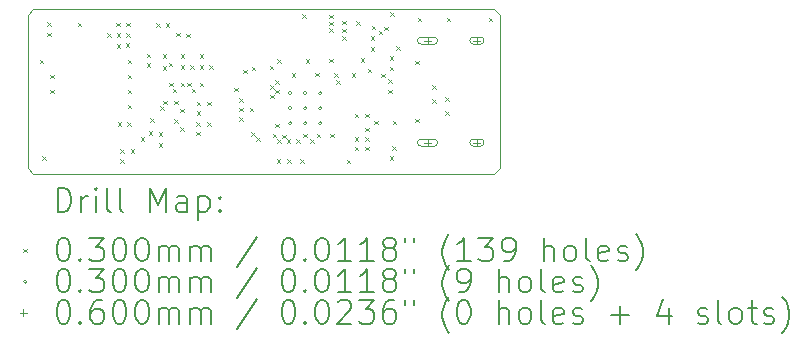
<source format=gbr>
%TF.GenerationSoftware,KiCad,Pcbnew,8.0.3*%
%TF.CreationDate,2024-07-15T22:17:10+10:00*%
%TF.ProjectId,rs-probe,72732d70-726f-4626-952e-6b696361645f,rev?*%
%TF.SameCoordinates,Original*%
%TF.FileFunction,Drillmap*%
%TF.FilePolarity,Positive*%
%FSLAX45Y45*%
G04 Gerber Fmt 4.5, Leading zero omitted, Abs format (unit mm)*
G04 Created by KiCad (PCBNEW 8.0.3) date 2024-07-15 22:17:10*
%MOMM*%
%LPD*%
G01*
G04 APERTURE LIST*
%ADD10C,0.100000*%
%ADD11C,0.200000*%
G04 APERTURE END LIST*
D10*
X18800000Y-9300000D02*
X14900000Y-9300000D01*
X14850000Y-9250000D02*
X14850000Y-7950000D01*
X18850000Y-9250000D02*
X18800000Y-9300000D01*
X14900000Y-7900000D02*
X18800000Y-7900000D01*
X18800000Y-7900000D02*
X18850000Y-7950000D01*
X14850000Y-9250000D02*
X14900000Y-9300000D01*
X14850000Y-7950000D02*
X14900000Y-7900000D01*
X18850000Y-7950000D02*
X18850000Y-9250000D01*
D11*
D10*
X14955000Y-8331000D02*
X14985000Y-8361000D01*
X14985000Y-8331000D02*
X14955000Y-8361000D01*
X14975000Y-9145000D02*
X15005000Y-9175000D01*
X15005000Y-9145000D02*
X14975000Y-9175000D01*
X15015000Y-8010000D02*
X15045000Y-8040000D01*
X15045000Y-8010000D02*
X15015000Y-8040000D01*
X15015000Y-8100000D02*
X15045000Y-8130000D01*
X15045000Y-8100000D02*
X15015000Y-8130000D01*
X15040000Y-8458000D02*
X15070000Y-8488000D01*
X15070000Y-8458000D02*
X15040000Y-8488000D01*
X15040000Y-8585000D02*
X15070000Y-8615000D01*
X15070000Y-8585000D02*
X15040000Y-8615000D01*
X15275000Y-8017500D02*
X15305000Y-8047500D01*
X15305000Y-8017500D02*
X15275000Y-8047500D01*
X15525000Y-8107500D02*
X15555000Y-8137500D01*
X15555000Y-8107500D02*
X15525000Y-8137500D01*
X15600000Y-8017500D02*
X15630000Y-8047500D01*
X15630000Y-8017500D02*
X15600000Y-8047500D01*
X15605000Y-8107500D02*
X15635000Y-8137500D01*
X15635000Y-8107500D02*
X15605000Y-8137500D01*
X15605000Y-8197500D02*
X15635000Y-8227500D01*
X15635000Y-8197500D02*
X15605000Y-8227500D01*
X15615000Y-8860000D02*
X15645000Y-8890000D01*
X15645000Y-8860000D02*
X15615000Y-8890000D01*
X15635000Y-9089000D02*
X15665000Y-9119000D01*
X15665000Y-9089000D02*
X15635000Y-9119000D01*
X15635000Y-9170000D02*
X15665000Y-9200000D01*
X15665000Y-9170000D02*
X15635000Y-9200000D01*
X15680000Y-8190000D02*
X15710000Y-8220000D01*
X15710000Y-8190000D02*
X15680000Y-8220000D01*
X15685000Y-8015000D02*
X15715000Y-8045000D01*
X15715000Y-8015000D02*
X15685000Y-8045000D01*
X15685000Y-8105000D02*
X15715000Y-8135000D01*
X15715000Y-8105000D02*
X15685000Y-8135000D01*
X15695000Y-8860000D02*
X15725000Y-8890000D01*
X15725000Y-8860000D02*
X15695000Y-8890000D01*
X15700000Y-8331000D02*
X15730000Y-8361000D01*
X15730000Y-8331000D02*
X15700000Y-8361000D01*
X15700000Y-8458000D02*
X15730000Y-8488000D01*
X15730000Y-8458000D02*
X15700000Y-8488000D01*
X15700000Y-8585000D02*
X15730000Y-8615000D01*
X15730000Y-8585000D02*
X15700000Y-8615000D01*
X15700000Y-8712000D02*
X15730000Y-8742000D01*
X15730000Y-8712000D02*
X15700000Y-8742000D01*
X15725000Y-9089000D02*
X15755000Y-9119000D01*
X15755000Y-9089000D02*
X15725000Y-9119000D01*
X15807000Y-8985000D02*
X15837000Y-9015000D01*
X15837000Y-8985000D02*
X15807000Y-9015000D01*
X15860000Y-8280000D02*
X15890000Y-8310000D01*
X15890000Y-8280000D02*
X15860000Y-8310000D01*
X15860000Y-8360000D02*
X15890000Y-8390000D01*
X15890000Y-8360000D02*
X15860000Y-8390000D01*
X15875000Y-8935000D02*
X15905000Y-8965000D01*
X15905000Y-8935000D02*
X15875000Y-8965000D01*
X15890000Y-8827000D02*
X15920000Y-8857000D01*
X15920000Y-8827000D02*
X15890000Y-8857000D01*
X15940000Y-8020000D02*
X15970000Y-8050000D01*
X15970000Y-8020000D02*
X15940000Y-8050000D01*
X15960000Y-8945000D02*
X15990000Y-8975000D01*
X15990000Y-8945000D02*
X15960000Y-8975000D01*
X15960000Y-9035000D02*
X15990000Y-9065000D01*
X15990000Y-9035000D02*
X15960000Y-9065000D01*
X15972733Y-8725000D02*
X16002733Y-8755000D01*
X16002733Y-8725000D02*
X15972733Y-8755000D01*
X15995000Y-8285000D02*
X16025000Y-8315000D01*
X16025000Y-8285000D02*
X15995000Y-8315000D01*
X15995000Y-8385000D02*
X16025000Y-8415000D01*
X16025000Y-8385000D02*
X15995000Y-8415000D01*
X16000214Y-8675634D02*
X16030214Y-8705634D01*
X16030214Y-8675634D02*
X16000214Y-8705634D01*
X16020000Y-8020000D02*
X16050000Y-8050000D01*
X16050000Y-8020000D02*
X16020000Y-8050000D01*
X16045000Y-8355000D02*
X16075000Y-8385000D01*
X16075000Y-8355000D02*
X16045000Y-8385000D01*
X16051109Y-8525000D02*
X16081109Y-8555000D01*
X16081109Y-8525000D02*
X16051109Y-8555000D01*
X16081000Y-8575000D02*
X16111000Y-8605000D01*
X16111000Y-8575000D02*
X16081000Y-8605000D01*
X16092733Y-8675000D02*
X16122733Y-8705000D01*
X16122733Y-8675000D02*
X16092733Y-8705000D01*
X16092733Y-8835000D02*
X16122733Y-8865000D01*
X16122733Y-8835000D02*
X16092733Y-8865000D01*
X16110000Y-8100000D02*
X16140000Y-8130000D01*
X16140000Y-8100000D02*
X16110000Y-8130000D01*
X16142733Y-8743000D02*
X16172733Y-8773000D01*
X16172733Y-8743000D02*
X16142733Y-8773000D01*
X16142733Y-8903000D02*
X16172733Y-8933000D01*
X16172733Y-8903000D02*
X16142733Y-8933000D01*
X16146500Y-8525000D02*
X16176500Y-8555000D01*
X16176500Y-8525000D02*
X16146500Y-8555000D01*
X16146733Y-8285000D02*
X16176733Y-8315000D01*
X16176733Y-8285000D02*
X16146733Y-8315000D01*
X16146733Y-8375000D02*
X16176733Y-8405000D01*
X16176733Y-8375000D02*
X16146733Y-8405000D01*
X16195000Y-8110000D02*
X16225000Y-8140000D01*
X16225000Y-8110000D02*
X16195000Y-8140000D01*
X16203000Y-8525000D02*
X16233000Y-8555000D01*
X16233000Y-8525000D02*
X16203000Y-8555000D01*
X16226733Y-8375000D02*
X16256733Y-8405000D01*
X16256733Y-8375000D02*
X16226733Y-8405000D01*
X16238733Y-8575000D02*
X16268733Y-8605000D01*
X16268733Y-8575000D02*
X16238733Y-8605000D01*
X16280000Y-8861000D02*
X16310000Y-8891000D01*
X16310000Y-8861000D02*
X16280000Y-8891000D01*
X16280000Y-8941000D02*
X16310000Y-8971000D01*
X16310000Y-8941000D02*
X16280000Y-8971000D01*
X16282733Y-8685000D02*
X16312733Y-8715000D01*
X16312733Y-8685000D02*
X16282733Y-8715000D01*
X16282733Y-8765000D02*
X16312733Y-8795000D01*
X16312733Y-8765000D02*
X16282733Y-8795000D01*
X16306733Y-8285000D02*
X16336733Y-8315000D01*
X16336733Y-8285000D02*
X16306733Y-8315000D01*
X16306733Y-8375000D02*
X16336733Y-8405000D01*
X16336733Y-8375000D02*
X16306733Y-8405000D01*
X16306733Y-8525000D02*
X16336733Y-8555000D01*
X16336733Y-8525000D02*
X16306733Y-8555000D01*
X16370000Y-8861000D02*
X16400000Y-8891000D01*
X16400000Y-8861000D02*
X16370000Y-8891000D01*
X16372733Y-8685000D02*
X16402733Y-8715000D01*
X16402733Y-8685000D02*
X16372733Y-8715000D01*
X16386733Y-8375000D02*
X16416733Y-8405000D01*
X16416733Y-8375000D02*
X16386733Y-8405000D01*
X16600000Y-8565000D02*
X16630000Y-8595000D01*
X16630000Y-8565000D02*
X16600000Y-8595000D01*
X16640000Y-8655000D02*
X16670000Y-8685000D01*
X16670000Y-8655000D02*
X16640000Y-8685000D01*
X16640000Y-8735000D02*
X16670000Y-8765000D01*
X16670000Y-8735000D02*
X16640000Y-8765000D01*
X16640000Y-8815000D02*
X16670000Y-8845000D01*
X16670000Y-8815000D02*
X16640000Y-8845000D01*
X16675000Y-8415000D02*
X16705000Y-8445000D01*
X16705000Y-8415000D02*
X16675000Y-8445000D01*
X16730000Y-8735000D02*
X16760000Y-8765000D01*
X16760000Y-8735000D02*
X16730000Y-8765000D01*
X16745000Y-8945000D02*
X16775000Y-8975000D01*
X16775000Y-8945000D02*
X16745000Y-8975000D01*
X16750000Y-8387500D02*
X16780000Y-8417500D01*
X16780000Y-8387500D02*
X16750000Y-8417500D01*
X16785000Y-8985000D02*
X16815000Y-9015000D01*
X16815000Y-8985000D02*
X16785000Y-9015000D01*
X16901250Y-8381250D02*
X16931250Y-8411250D01*
X16931250Y-8381250D02*
X16901250Y-8411250D01*
X16905000Y-8545000D02*
X16935000Y-8575000D01*
X16935000Y-8545000D02*
X16905000Y-8575000D01*
X16905000Y-8625000D02*
X16935000Y-8655000D01*
X16935000Y-8625000D02*
X16905000Y-8655000D01*
X16925984Y-8957459D02*
X16955984Y-8987459D01*
X16955984Y-8957459D02*
X16925984Y-8987459D01*
X16944903Y-8505000D02*
X16974903Y-8535000D01*
X16974903Y-8505000D02*
X16944903Y-8535000D01*
X16945000Y-8585000D02*
X16975000Y-8615000D01*
X16975000Y-8585000D02*
X16945000Y-8615000D01*
X16947500Y-8872500D02*
X16977500Y-8902500D01*
X16977500Y-8872500D02*
X16947500Y-8902500D01*
X16960000Y-9170000D02*
X16990000Y-9200000D01*
X16990000Y-9170000D02*
X16960000Y-9200000D01*
X16965000Y-8325000D02*
X16995000Y-8355000D01*
X16995000Y-8325000D02*
X16965000Y-8355000D01*
X16965000Y-9005000D02*
X16995000Y-9035000D01*
X16995000Y-9005000D02*
X16965000Y-9035000D01*
X17005000Y-8965000D02*
X17035000Y-8995000D01*
X17035000Y-8965000D02*
X17005000Y-8995000D01*
X17045000Y-9005000D02*
X17075000Y-9035000D01*
X17075000Y-9005000D02*
X17045000Y-9035000D01*
X17050000Y-9170000D02*
X17080000Y-9200000D01*
X17080000Y-9170000D02*
X17050000Y-9200000D01*
X17085000Y-8445000D02*
X17115000Y-8475000D01*
X17115000Y-8445000D02*
X17085000Y-8475000D01*
X17125000Y-9005000D02*
X17155000Y-9035000D01*
X17155000Y-9005000D02*
X17125000Y-9035000D01*
X17160000Y-9170000D02*
X17190000Y-9200000D01*
X17190000Y-9170000D02*
X17160000Y-9200000D01*
X17175000Y-7945000D02*
X17205000Y-7975000D01*
X17205000Y-7945000D02*
X17175000Y-7975000D01*
X17185000Y-8955000D02*
X17215000Y-8985000D01*
X17215000Y-8955000D02*
X17185000Y-8985000D01*
X17205000Y-8325000D02*
X17235000Y-8355000D01*
X17235000Y-8325000D02*
X17205000Y-8355000D01*
X17245000Y-9005000D02*
X17275000Y-9035000D01*
X17275000Y-9005000D02*
X17245000Y-9035000D01*
X17285000Y-8440000D02*
X17315000Y-8470000D01*
X17315000Y-8440000D02*
X17285000Y-8470000D01*
X17300000Y-8955000D02*
X17330000Y-8985000D01*
X17330000Y-8955000D02*
X17300000Y-8985000D01*
X17405000Y-7950000D02*
X17435000Y-7980000D01*
X17435000Y-7950000D02*
X17405000Y-7980000D01*
X17405000Y-8006500D02*
X17435000Y-8036500D01*
X17435000Y-8006500D02*
X17405000Y-8036500D01*
X17405000Y-8063001D02*
X17435000Y-8093001D01*
X17435000Y-8063001D02*
X17405000Y-8093001D01*
X17405000Y-8320000D02*
X17435000Y-8350000D01*
X17435000Y-8320000D02*
X17405000Y-8350000D01*
X17415000Y-8955000D02*
X17445000Y-8985000D01*
X17445000Y-8955000D02*
X17415000Y-8985000D01*
X17445000Y-8445000D02*
X17475000Y-8475000D01*
X17475000Y-8445000D02*
X17445000Y-8475000D01*
X17465000Y-8505000D02*
X17495000Y-8535000D01*
X17495000Y-8505000D02*
X17465000Y-8535000D01*
X17515000Y-8000000D02*
X17545000Y-8030000D01*
X17545000Y-8000000D02*
X17515000Y-8030000D01*
X17515000Y-8066667D02*
X17545000Y-8096667D01*
X17545000Y-8066667D02*
X17515000Y-8096667D01*
X17515000Y-8130000D02*
X17545000Y-8160000D01*
X17545000Y-8130000D02*
X17515000Y-8160000D01*
X17551000Y-9176000D02*
X17581000Y-9206000D01*
X17581000Y-9176000D02*
X17551000Y-9206000D01*
X17595000Y-8445000D02*
X17625000Y-8475000D01*
X17625000Y-8445000D02*
X17595000Y-8475000D01*
X17620000Y-8785000D02*
X17650000Y-8815000D01*
X17650000Y-8785000D02*
X17620000Y-8815000D01*
X17620000Y-8985000D02*
X17650000Y-9015000D01*
X17650000Y-8985000D02*
X17620000Y-9015000D01*
X17620000Y-9065000D02*
X17650000Y-9095000D01*
X17650000Y-9065000D02*
X17620000Y-9095000D01*
X17632500Y-8005000D02*
X17662500Y-8035000D01*
X17662500Y-8005000D02*
X17632500Y-8035000D01*
X17670000Y-8315000D02*
X17700000Y-8345000D01*
X17700000Y-8315000D02*
X17670000Y-8345000D01*
X17710000Y-8785000D02*
X17740000Y-8815000D01*
X17740000Y-8785000D02*
X17710000Y-8815000D01*
X17710000Y-8905000D02*
X17740000Y-8935000D01*
X17740000Y-8905000D02*
X17710000Y-8935000D01*
X17710000Y-8985000D02*
X17740000Y-9015000D01*
X17740000Y-8985000D02*
X17710000Y-9015000D01*
X17710000Y-9065000D02*
X17740000Y-9095000D01*
X17740000Y-9065000D02*
X17710000Y-9095000D01*
X17730000Y-8405000D02*
X17760000Y-8435000D01*
X17760000Y-8405000D02*
X17730000Y-8435000D01*
X17757500Y-8132500D02*
X17787500Y-8162500D01*
X17787500Y-8132500D02*
X17757500Y-8162500D01*
X17757500Y-8222500D02*
X17787500Y-8252500D01*
X17787500Y-8222500D02*
X17757500Y-8252500D01*
X17765000Y-8040000D02*
X17795000Y-8070000D01*
X17795000Y-8040000D02*
X17765000Y-8070000D01*
X17785000Y-8845000D02*
X17815000Y-8875000D01*
X17815000Y-8845000D02*
X17785000Y-8875000D01*
X17825000Y-8085000D02*
X17855000Y-8115000D01*
X17855000Y-8085000D02*
X17825000Y-8115000D01*
X17843722Y-8449888D02*
X17873722Y-8479888D01*
X17873722Y-8449888D02*
X17843722Y-8479888D01*
X17870200Y-8051100D02*
X17900200Y-8081100D01*
X17900200Y-8051100D02*
X17870200Y-8081100D01*
X17905000Y-8495000D02*
X17935000Y-8525000D01*
X17935000Y-8495000D02*
X17905000Y-8525000D01*
X17905000Y-8585000D02*
X17935000Y-8615000D01*
X17935000Y-8585000D02*
X17905000Y-8615000D01*
X17915000Y-8300000D02*
X17945000Y-8330000D01*
X17945000Y-8300000D02*
X17915000Y-8330000D01*
X17915000Y-8390000D02*
X17945000Y-8420000D01*
X17945000Y-8390000D02*
X17915000Y-8420000D01*
X17915000Y-9145000D02*
X17945000Y-9175000D01*
X17945000Y-9145000D02*
X17915000Y-9175000D01*
X17920000Y-7927500D02*
X17950000Y-7957500D01*
X17950000Y-7927500D02*
X17920000Y-7957500D01*
X17937500Y-9062500D02*
X17967500Y-9092500D01*
X17967500Y-9062500D02*
X17937500Y-9092500D01*
X17940999Y-8845000D02*
X17970999Y-8875000D01*
X17970999Y-8845000D02*
X17940999Y-8875000D01*
X17970000Y-8215000D02*
X18000000Y-8245000D01*
X18000000Y-8215000D02*
X17970000Y-8245000D01*
X18130500Y-8340000D02*
X18160500Y-8370000D01*
X18160500Y-8340000D02*
X18130500Y-8370000D01*
X18130500Y-8830000D02*
X18160500Y-8860000D01*
X18160500Y-8830000D02*
X18130500Y-8860000D01*
X18155000Y-7975000D02*
X18185000Y-8005000D01*
X18185000Y-7975000D02*
X18155000Y-8005000D01*
X18275000Y-8545000D02*
X18305000Y-8575000D01*
X18305000Y-8545000D02*
X18275000Y-8575000D01*
X18275000Y-8665000D02*
X18305000Y-8695000D01*
X18305000Y-8665000D02*
X18275000Y-8695000D01*
X18385000Y-8645000D02*
X18415000Y-8675000D01*
X18415000Y-8645000D02*
X18385000Y-8675000D01*
X18385000Y-8765000D02*
X18415000Y-8795000D01*
X18415000Y-8765000D02*
X18385000Y-8795000D01*
X18400000Y-7975000D02*
X18430000Y-8005000D01*
X18430000Y-7975000D02*
X18400000Y-8005000D01*
X18755000Y-7975000D02*
X18785000Y-8005000D01*
X18785000Y-7975000D02*
X18755000Y-8005000D01*
X17087500Y-8612500D02*
G75*
G02*
X17057500Y-8612500I-15000J0D01*
G01*
X17057500Y-8612500D02*
G75*
G02*
X17087500Y-8612500I15000J0D01*
G01*
X17087500Y-8740000D02*
G75*
G02*
X17057500Y-8740000I-15000J0D01*
G01*
X17057500Y-8740000D02*
G75*
G02*
X17087500Y-8740000I15000J0D01*
G01*
X17087500Y-8867500D02*
G75*
G02*
X17057500Y-8867500I-15000J0D01*
G01*
X17057500Y-8867500D02*
G75*
G02*
X17087500Y-8867500I15000J0D01*
G01*
X17215000Y-8612500D02*
G75*
G02*
X17185000Y-8612500I-15000J0D01*
G01*
X17185000Y-8612500D02*
G75*
G02*
X17215000Y-8612500I15000J0D01*
G01*
X17215000Y-8740000D02*
G75*
G02*
X17185000Y-8740000I-15000J0D01*
G01*
X17185000Y-8740000D02*
G75*
G02*
X17215000Y-8740000I15000J0D01*
G01*
X17215000Y-8867500D02*
G75*
G02*
X17185000Y-8867500I-15000J0D01*
G01*
X17185000Y-8867500D02*
G75*
G02*
X17215000Y-8867500I15000J0D01*
G01*
X17342500Y-8612500D02*
G75*
G02*
X17312500Y-8612500I-15000J0D01*
G01*
X17312500Y-8612500D02*
G75*
G02*
X17342500Y-8612500I15000J0D01*
G01*
X17342500Y-8740000D02*
G75*
G02*
X17312500Y-8740000I-15000J0D01*
G01*
X17312500Y-8740000D02*
G75*
G02*
X17342500Y-8740000I15000J0D01*
G01*
X17342500Y-8867500D02*
G75*
G02*
X17312500Y-8867500I-15000J0D01*
G01*
X17312500Y-8867500D02*
G75*
G02*
X17342500Y-8867500I15000J0D01*
G01*
X18237000Y-8138000D02*
X18237000Y-8198000D01*
X18207000Y-8168000D02*
X18267000Y-8168000D01*
X18182000Y-8198000D02*
X18292000Y-8198000D01*
X18292000Y-8138000D02*
G75*
G02*
X18292000Y-8198000I0J-30000D01*
G01*
X18292000Y-8138000D02*
X18182000Y-8138000D01*
X18182000Y-8138000D02*
G75*
G03*
X18182000Y-8198000I0J-30000D01*
G01*
X18237000Y-9002000D02*
X18237000Y-9062000D01*
X18207000Y-9032000D02*
X18267000Y-9032000D01*
X18182000Y-9062000D02*
X18292000Y-9062000D01*
X18292000Y-9002000D02*
G75*
G02*
X18292000Y-9062000I0J-30000D01*
G01*
X18292000Y-9002000D02*
X18182000Y-9002000D01*
X18182000Y-9002000D02*
G75*
G03*
X18182000Y-9062000I0J-30000D01*
G01*
X18655000Y-8138000D02*
X18655000Y-8198000D01*
X18625000Y-8168000D02*
X18685000Y-8168000D01*
X18625000Y-8198000D02*
X18685000Y-8198000D01*
X18685000Y-8138000D02*
G75*
G02*
X18685000Y-8198000I0J-30000D01*
G01*
X18685000Y-8138000D02*
X18625000Y-8138000D01*
X18625000Y-8138000D02*
G75*
G03*
X18625000Y-8198000I0J-30000D01*
G01*
X18655000Y-9002000D02*
X18655000Y-9062000D01*
X18625000Y-9032000D02*
X18685000Y-9032000D01*
X18625000Y-9062000D02*
X18685000Y-9062000D01*
X18685000Y-9002000D02*
G75*
G02*
X18685000Y-9062000I0J-30000D01*
G01*
X18685000Y-9002000D02*
X18625000Y-9002000D01*
X18625000Y-9002000D02*
G75*
G03*
X18625000Y-9062000I0J-30000D01*
G01*
D11*
X15105777Y-9616484D02*
X15105777Y-9416484D01*
X15105777Y-9416484D02*
X15153396Y-9416484D01*
X15153396Y-9416484D02*
X15181967Y-9426008D01*
X15181967Y-9426008D02*
X15201015Y-9445055D01*
X15201015Y-9445055D02*
X15210539Y-9464103D01*
X15210539Y-9464103D02*
X15220062Y-9502198D01*
X15220062Y-9502198D02*
X15220062Y-9530770D01*
X15220062Y-9530770D02*
X15210539Y-9568865D01*
X15210539Y-9568865D02*
X15201015Y-9587912D01*
X15201015Y-9587912D02*
X15181967Y-9606960D01*
X15181967Y-9606960D02*
X15153396Y-9616484D01*
X15153396Y-9616484D02*
X15105777Y-9616484D01*
X15305777Y-9616484D02*
X15305777Y-9483150D01*
X15305777Y-9521246D02*
X15315301Y-9502198D01*
X15315301Y-9502198D02*
X15324824Y-9492674D01*
X15324824Y-9492674D02*
X15343872Y-9483150D01*
X15343872Y-9483150D02*
X15362920Y-9483150D01*
X15429586Y-9616484D02*
X15429586Y-9483150D01*
X15429586Y-9416484D02*
X15420062Y-9426008D01*
X15420062Y-9426008D02*
X15429586Y-9435531D01*
X15429586Y-9435531D02*
X15439110Y-9426008D01*
X15439110Y-9426008D02*
X15429586Y-9416484D01*
X15429586Y-9416484D02*
X15429586Y-9435531D01*
X15553396Y-9616484D02*
X15534348Y-9606960D01*
X15534348Y-9606960D02*
X15524824Y-9587912D01*
X15524824Y-9587912D02*
X15524824Y-9416484D01*
X15658158Y-9616484D02*
X15639110Y-9606960D01*
X15639110Y-9606960D02*
X15629586Y-9587912D01*
X15629586Y-9587912D02*
X15629586Y-9416484D01*
X15886729Y-9616484D02*
X15886729Y-9416484D01*
X15886729Y-9416484D02*
X15953396Y-9559341D01*
X15953396Y-9559341D02*
X16020062Y-9416484D01*
X16020062Y-9416484D02*
X16020062Y-9616484D01*
X16201015Y-9616484D02*
X16201015Y-9511722D01*
X16201015Y-9511722D02*
X16191491Y-9492674D01*
X16191491Y-9492674D02*
X16172443Y-9483150D01*
X16172443Y-9483150D02*
X16134348Y-9483150D01*
X16134348Y-9483150D02*
X16115301Y-9492674D01*
X16201015Y-9606960D02*
X16181967Y-9616484D01*
X16181967Y-9616484D02*
X16134348Y-9616484D01*
X16134348Y-9616484D02*
X16115301Y-9606960D01*
X16115301Y-9606960D02*
X16105777Y-9587912D01*
X16105777Y-9587912D02*
X16105777Y-9568865D01*
X16105777Y-9568865D02*
X16115301Y-9549817D01*
X16115301Y-9549817D02*
X16134348Y-9540293D01*
X16134348Y-9540293D02*
X16181967Y-9540293D01*
X16181967Y-9540293D02*
X16201015Y-9530770D01*
X16296253Y-9483150D02*
X16296253Y-9683150D01*
X16296253Y-9492674D02*
X16315301Y-9483150D01*
X16315301Y-9483150D02*
X16353396Y-9483150D01*
X16353396Y-9483150D02*
X16372443Y-9492674D01*
X16372443Y-9492674D02*
X16381967Y-9502198D01*
X16381967Y-9502198D02*
X16391491Y-9521246D01*
X16391491Y-9521246D02*
X16391491Y-9578389D01*
X16391491Y-9578389D02*
X16381967Y-9597436D01*
X16381967Y-9597436D02*
X16372443Y-9606960D01*
X16372443Y-9606960D02*
X16353396Y-9616484D01*
X16353396Y-9616484D02*
X16315301Y-9616484D01*
X16315301Y-9616484D02*
X16296253Y-9606960D01*
X16477205Y-9597436D02*
X16486729Y-9606960D01*
X16486729Y-9606960D02*
X16477205Y-9616484D01*
X16477205Y-9616484D02*
X16467682Y-9606960D01*
X16467682Y-9606960D02*
X16477205Y-9597436D01*
X16477205Y-9597436D02*
X16477205Y-9616484D01*
X16477205Y-9492674D02*
X16486729Y-9502198D01*
X16486729Y-9502198D02*
X16477205Y-9511722D01*
X16477205Y-9511722D02*
X16467682Y-9502198D01*
X16467682Y-9502198D02*
X16477205Y-9492674D01*
X16477205Y-9492674D02*
X16477205Y-9511722D01*
D10*
X14815000Y-9930000D02*
X14845000Y-9960000D01*
X14845000Y-9930000D02*
X14815000Y-9960000D01*
D11*
X15143872Y-9836484D02*
X15162920Y-9836484D01*
X15162920Y-9836484D02*
X15181967Y-9846008D01*
X15181967Y-9846008D02*
X15191491Y-9855531D01*
X15191491Y-9855531D02*
X15201015Y-9874579D01*
X15201015Y-9874579D02*
X15210539Y-9912674D01*
X15210539Y-9912674D02*
X15210539Y-9960293D01*
X15210539Y-9960293D02*
X15201015Y-9998389D01*
X15201015Y-9998389D02*
X15191491Y-10017436D01*
X15191491Y-10017436D02*
X15181967Y-10026960D01*
X15181967Y-10026960D02*
X15162920Y-10036484D01*
X15162920Y-10036484D02*
X15143872Y-10036484D01*
X15143872Y-10036484D02*
X15124824Y-10026960D01*
X15124824Y-10026960D02*
X15115301Y-10017436D01*
X15115301Y-10017436D02*
X15105777Y-9998389D01*
X15105777Y-9998389D02*
X15096253Y-9960293D01*
X15096253Y-9960293D02*
X15096253Y-9912674D01*
X15096253Y-9912674D02*
X15105777Y-9874579D01*
X15105777Y-9874579D02*
X15115301Y-9855531D01*
X15115301Y-9855531D02*
X15124824Y-9846008D01*
X15124824Y-9846008D02*
X15143872Y-9836484D01*
X15296253Y-10017436D02*
X15305777Y-10026960D01*
X15305777Y-10026960D02*
X15296253Y-10036484D01*
X15296253Y-10036484D02*
X15286729Y-10026960D01*
X15286729Y-10026960D02*
X15296253Y-10017436D01*
X15296253Y-10017436D02*
X15296253Y-10036484D01*
X15372443Y-9836484D02*
X15496253Y-9836484D01*
X15496253Y-9836484D02*
X15429586Y-9912674D01*
X15429586Y-9912674D02*
X15458158Y-9912674D01*
X15458158Y-9912674D02*
X15477205Y-9922198D01*
X15477205Y-9922198D02*
X15486729Y-9931722D01*
X15486729Y-9931722D02*
X15496253Y-9950770D01*
X15496253Y-9950770D02*
X15496253Y-9998389D01*
X15496253Y-9998389D02*
X15486729Y-10017436D01*
X15486729Y-10017436D02*
X15477205Y-10026960D01*
X15477205Y-10026960D02*
X15458158Y-10036484D01*
X15458158Y-10036484D02*
X15401015Y-10036484D01*
X15401015Y-10036484D02*
X15381967Y-10026960D01*
X15381967Y-10026960D02*
X15372443Y-10017436D01*
X15620062Y-9836484D02*
X15639110Y-9836484D01*
X15639110Y-9836484D02*
X15658158Y-9846008D01*
X15658158Y-9846008D02*
X15667682Y-9855531D01*
X15667682Y-9855531D02*
X15677205Y-9874579D01*
X15677205Y-9874579D02*
X15686729Y-9912674D01*
X15686729Y-9912674D02*
X15686729Y-9960293D01*
X15686729Y-9960293D02*
X15677205Y-9998389D01*
X15677205Y-9998389D02*
X15667682Y-10017436D01*
X15667682Y-10017436D02*
X15658158Y-10026960D01*
X15658158Y-10026960D02*
X15639110Y-10036484D01*
X15639110Y-10036484D02*
X15620062Y-10036484D01*
X15620062Y-10036484D02*
X15601015Y-10026960D01*
X15601015Y-10026960D02*
X15591491Y-10017436D01*
X15591491Y-10017436D02*
X15581967Y-9998389D01*
X15581967Y-9998389D02*
X15572443Y-9960293D01*
X15572443Y-9960293D02*
X15572443Y-9912674D01*
X15572443Y-9912674D02*
X15581967Y-9874579D01*
X15581967Y-9874579D02*
X15591491Y-9855531D01*
X15591491Y-9855531D02*
X15601015Y-9846008D01*
X15601015Y-9846008D02*
X15620062Y-9836484D01*
X15810539Y-9836484D02*
X15829586Y-9836484D01*
X15829586Y-9836484D02*
X15848634Y-9846008D01*
X15848634Y-9846008D02*
X15858158Y-9855531D01*
X15858158Y-9855531D02*
X15867682Y-9874579D01*
X15867682Y-9874579D02*
X15877205Y-9912674D01*
X15877205Y-9912674D02*
X15877205Y-9960293D01*
X15877205Y-9960293D02*
X15867682Y-9998389D01*
X15867682Y-9998389D02*
X15858158Y-10017436D01*
X15858158Y-10017436D02*
X15848634Y-10026960D01*
X15848634Y-10026960D02*
X15829586Y-10036484D01*
X15829586Y-10036484D02*
X15810539Y-10036484D01*
X15810539Y-10036484D02*
X15791491Y-10026960D01*
X15791491Y-10026960D02*
X15781967Y-10017436D01*
X15781967Y-10017436D02*
X15772443Y-9998389D01*
X15772443Y-9998389D02*
X15762920Y-9960293D01*
X15762920Y-9960293D02*
X15762920Y-9912674D01*
X15762920Y-9912674D02*
X15772443Y-9874579D01*
X15772443Y-9874579D02*
X15781967Y-9855531D01*
X15781967Y-9855531D02*
X15791491Y-9846008D01*
X15791491Y-9846008D02*
X15810539Y-9836484D01*
X15962920Y-10036484D02*
X15962920Y-9903150D01*
X15962920Y-9922198D02*
X15972443Y-9912674D01*
X15972443Y-9912674D02*
X15991491Y-9903150D01*
X15991491Y-9903150D02*
X16020063Y-9903150D01*
X16020063Y-9903150D02*
X16039110Y-9912674D01*
X16039110Y-9912674D02*
X16048634Y-9931722D01*
X16048634Y-9931722D02*
X16048634Y-10036484D01*
X16048634Y-9931722D02*
X16058158Y-9912674D01*
X16058158Y-9912674D02*
X16077205Y-9903150D01*
X16077205Y-9903150D02*
X16105777Y-9903150D01*
X16105777Y-9903150D02*
X16124824Y-9912674D01*
X16124824Y-9912674D02*
X16134348Y-9931722D01*
X16134348Y-9931722D02*
X16134348Y-10036484D01*
X16229586Y-10036484D02*
X16229586Y-9903150D01*
X16229586Y-9922198D02*
X16239110Y-9912674D01*
X16239110Y-9912674D02*
X16258158Y-9903150D01*
X16258158Y-9903150D02*
X16286729Y-9903150D01*
X16286729Y-9903150D02*
X16305777Y-9912674D01*
X16305777Y-9912674D02*
X16315301Y-9931722D01*
X16315301Y-9931722D02*
X16315301Y-10036484D01*
X16315301Y-9931722D02*
X16324824Y-9912674D01*
X16324824Y-9912674D02*
X16343872Y-9903150D01*
X16343872Y-9903150D02*
X16372443Y-9903150D01*
X16372443Y-9903150D02*
X16391491Y-9912674D01*
X16391491Y-9912674D02*
X16401015Y-9931722D01*
X16401015Y-9931722D02*
X16401015Y-10036484D01*
X16791491Y-9826960D02*
X16620063Y-10084103D01*
X17048634Y-9836484D02*
X17067682Y-9836484D01*
X17067682Y-9836484D02*
X17086729Y-9846008D01*
X17086729Y-9846008D02*
X17096253Y-9855531D01*
X17096253Y-9855531D02*
X17105777Y-9874579D01*
X17105777Y-9874579D02*
X17115301Y-9912674D01*
X17115301Y-9912674D02*
X17115301Y-9960293D01*
X17115301Y-9960293D02*
X17105777Y-9998389D01*
X17105777Y-9998389D02*
X17096253Y-10017436D01*
X17096253Y-10017436D02*
X17086729Y-10026960D01*
X17086729Y-10026960D02*
X17067682Y-10036484D01*
X17067682Y-10036484D02*
X17048634Y-10036484D01*
X17048634Y-10036484D02*
X17029587Y-10026960D01*
X17029587Y-10026960D02*
X17020063Y-10017436D01*
X17020063Y-10017436D02*
X17010539Y-9998389D01*
X17010539Y-9998389D02*
X17001015Y-9960293D01*
X17001015Y-9960293D02*
X17001015Y-9912674D01*
X17001015Y-9912674D02*
X17010539Y-9874579D01*
X17010539Y-9874579D02*
X17020063Y-9855531D01*
X17020063Y-9855531D02*
X17029587Y-9846008D01*
X17029587Y-9846008D02*
X17048634Y-9836484D01*
X17201015Y-10017436D02*
X17210539Y-10026960D01*
X17210539Y-10026960D02*
X17201015Y-10036484D01*
X17201015Y-10036484D02*
X17191491Y-10026960D01*
X17191491Y-10026960D02*
X17201015Y-10017436D01*
X17201015Y-10017436D02*
X17201015Y-10036484D01*
X17334348Y-9836484D02*
X17353396Y-9836484D01*
X17353396Y-9836484D02*
X17372444Y-9846008D01*
X17372444Y-9846008D02*
X17381968Y-9855531D01*
X17381968Y-9855531D02*
X17391491Y-9874579D01*
X17391491Y-9874579D02*
X17401015Y-9912674D01*
X17401015Y-9912674D02*
X17401015Y-9960293D01*
X17401015Y-9960293D02*
X17391491Y-9998389D01*
X17391491Y-9998389D02*
X17381968Y-10017436D01*
X17381968Y-10017436D02*
X17372444Y-10026960D01*
X17372444Y-10026960D02*
X17353396Y-10036484D01*
X17353396Y-10036484D02*
X17334348Y-10036484D01*
X17334348Y-10036484D02*
X17315301Y-10026960D01*
X17315301Y-10026960D02*
X17305777Y-10017436D01*
X17305777Y-10017436D02*
X17296253Y-9998389D01*
X17296253Y-9998389D02*
X17286729Y-9960293D01*
X17286729Y-9960293D02*
X17286729Y-9912674D01*
X17286729Y-9912674D02*
X17296253Y-9874579D01*
X17296253Y-9874579D02*
X17305777Y-9855531D01*
X17305777Y-9855531D02*
X17315301Y-9846008D01*
X17315301Y-9846008D02*
X17334348Y-9836484D01*
X17591491Y-10036484D02*
X17477206Y-10036484D01*
X17534348Y-10036484D02*
X17534348Y-9836484D01*
X17534348Y-9836484D02*
X17515301Y-9865055D01*
X17515301Y-9865055D02*
X17496253Y-9884103D01*
X17496253Y-9884103D02*
X17477206Y-9893627D01*
X17781968Y-10036484D02*
X17667682Y-10036484D01*
X17724825Y-10036484D02*
X17724825Y-9836484D01*
X17724825Y-9836484D02*
X17705777Y-9865055D01*
X17705777Y-9865055D02*
X17686729Y-9884103D01*
X17686729Y-9884103D02*
X17667682Y-9893627D01*
X17896253Y-9922198D02*
X17877206Y-9912674D01*
X17877206Y-9912674D02*
X17867682Y-9903150D01*
X17867682Y-9903150D02*
X17858158Y-9884103D01*
X17858158Y-9884103D02*
X17858158Y-9874579D01*
X17858158Y-9874579D02*
X17867682Y-9855531D01*
X17867682Y-9855531D02*
X17877206Y-9846008D01*
X17877206Y-9846008D02*
X17896253Y-9836484D01*
X17896253Y-9836484D02*
X17934349Y-9836484D01*
X17934349Y-9836484D02*
X17953396Y-9846008D01*
X17953396Y-9846008D02*
X17962920Y-9855531D01*
X17962920Y-9855531D02*
X17972444Y-9874579D01*
X17972444Y-9874579D02*
X17972444Y-9884103D01*
X17972444Y-9884103D02*
X17962920Y-9903150D01*
X17962920Y-9903150D02*
X17953396Y-9912674D01*
X17953396Y-9912674D02*
X17934349Y-9922198D01*
X17934349Y-9922198D02*
X17896253Y-9922198D01*
X17896253Y-9922198D02*
X17877206Y-9931722D01*
X17877206Y-9931722D02*
X17867682Y-9941246D01*
X17867682Y-9941246D02*
X17858158Y-9960293D01*
X17858158Y-9960293D02*
X17858158Y-9998389D01*
X17858158Y-9998389D02*
X17867682Y-10017436D01*
X17867682Y-10017436D02*
X17877206Y-10026960D01*
X17877206Y-10026960D02*
X17896253Y-10036484D01*
X17896253Y-10036484D02*
X17934349Y-10036484D01*
X17934349Y-10036484D02*
X17953396Y-10026960D01*
X17953396Y-10026960D02*
X17962920Y-10017436D01*
X17962920Y-10017436D02*
X17972444Y-9998389D01*
X17972444Y-9998389D02*
X17972444Y-9960293D01*
X17972444Y-9960293D02*
X17962920Y-9941246D01*
X17962920Y-9941246D02*
X17953396Y-9931722D01*
X17953396Y-9931722D02*
X17934349Y-9922198D01*
X18048634Y-9836484D02*
X18048634Y-9874579D01*
X18124825Y-9836484D02*
X18124825Y-9874579D01*
X18420063Y-10112674D02*
X18410539Y-10103150D01*
X18410539Y-10103150D02*
X18391491Y-10074579D01*
X18391491Y-10074579D02*
X18381968Y-10055531D01*
X18381968Y-10055531D02*
X18372444Y-10026960D01*
X18372444Y-10026960D02*
X18362920Y-9979341D01*
X18362920Y-9979341D02*
X18362920Y-9941246D01*
X18362920Y-9941246D02*
X18372444Y-9893627D01*
X18372444Y-9893627D02*
X18381968Y-9865055D01*
X18381968Y-9865055D02*
X18391491Y-9846008D01*
X18391491Y-9846008D02*
X18410539Y-9817436D01*
X18410539Y-9817436D02*
X18420063Y-9807912D01*
X18601015Y-10036484D02*
X18486730Y-10036484D01*
X18543872Y-10036484D02*
X18543872Y-9836484D01*
X18543872Y-9836484D02*
X18524825Y-9865055D01*
X18524825Y-9865055D02*
X18505777Y-9884103D01*
X18505777Y-9884103D02*
X18486730Y-9893627D01*
X18667682Y-9836484D02*
X18791491Y-9836484D01*
X18791491Y-9836484D02*
X18724825Y-9912674D01*
X18724825Y-9912674D02*
X18753396Y-9912674D01*
X18753396Y-9912674D02*
X18772444Y-9922198D01*
X18772444Y-9922198D02*
X18781968Y-9931722D01*
X18781968Y-9931722D02*
X18791491Y-9950770D01*
X18791491Y-9950770D02*
X18791491Y-9998389D01*
X18791491Y-9998389D02*
X18781968Y-10017436D01*
X18781968Y-10017436D02*
X18772444Y-10026960D01*
X18772444Y-10026960D02*
X18753396Y-10036484D01*
X18753396Y-10036484D02*
X18696253Y-10036484D01*
X18696253Y-10036484D02*
X18677206Y-10026960D01*
X18677206Y-10026960D02*
X18667682Y-10017436D01*
X18886730Y-10036484D02*
X18924825Y-10036484D01*
X18924825Y-10036484D02*
X18943872Y-10026960D01*
X18943872Y-10026960D02*
X18953396Y-10017436D01*
X18953396Y-10017436D02*
X18972444Y-9988865D01*
X18972444Y-9988865D02*
X18981968Y-9950770D01*
X18981968Y-9950770D02*
X18981968Y-9874579D01*
X18981968Y-9874579D02*
X18972444Y-9855531D01*
X18972444Y-9855531D02*
X18962920Y-9846008D01*
X18962920Y-9846008D02*
X18943872Y-9836484D01*
X18943872Y-9836484D02*
X18905777Y-9836484D01*
X18905777Y-9836484D02*
X18886730Y-9846008D01*
X18886730Y-9846008D02*
X18877206Y-9855531D01*
X18877206Y-9855531D02*
X18867682Y-9874579D01*
X18867682Y-9874579D02*
X18867682Y-9922198D01*
X18867682Y-9922198D02*
X18877206Y-9941246D01*
X18877206Y-9941246D02*
X18886730Y-9950770D01*
X18886730Y-9950770D02*
X18905777Y-9960293D01*
X18905777Y-9960293D02*
X18943872Y-9960293D01*
X18943872Y-9960293D02*
X18962920Y-9950770D01*
X18962920Y-9950770D02*
X18972444Y-9941246D01*
X18972444Y-9941246D02*
X18981968Y-9922198D01*
X19220063Y-10036484D02*
X19220063Y-9836484D01*
X19305777Y-10036484D02*
X19305777Y-9931722D01*
X19305777Y-9931722D02*
X19296253Y-9912674D01*
X19296253Y-9912674D02*
X19277206Y-9903150D01*
X19277206Y-9903150D02*
X19248634Y-9903150D01*
X19248634Y-9903150D02*
X19229587Y-9912674D01*
X19229587Y-9912674D02*
X19220063Y-9922198D01*
X19429587Y-10036484D02*
X19410539Y-10026960D01*
X19410539Y-10026960D02*
X19401015Y-10017436D01*
X19401015Y-10017436D02*
X19391492Y-9998389D01*
X19391492Y-9998389D02*
X19391492Y-9941246D01*
X19391492Y-9941246D02*
X19401015Y-9922198D01*
X19401015Y-9922198D02*
X19410539Y-9912674D01*
X19410539Y-9912674D02*
X19429587Y-9903150D01*
X19429587Y-9903150D02*
X19458158Y-9903150D01*
X19458158Y-9903150D02*
X19477206Y-9912674D01*
X19477206Y-9912674D02*
X19486730Y-9922198D01*
X19486730Y-9922198D02*
X19496253Y-9941246D01*
X19496253Y-9941246D02*
X19496253Y-9998389D01*
X19496253Y-9998389D02*
X19486730Y-10017436D01*
X19486730Y-10017436D02*
X19477206Y-10026960D01*
X19477206Y-10026960D02*
X19458158Y-10036484D01*
X19458158Y-10036484D02*
X19429587Y-10036484D01*
X19610539Y-10036484D02*
X19591492Y-10026960D01*
X19591492Y-10026960D02*
X19581968Y-10007912D01*
X19581968Y-10007912D02*
X19581968Y-9836484D01*
X19762920Y-10026960D02*
X19743873Y-10036484D01*
X19743873Y-10036484D02*
X19705777Y-10036484D01*
X19705777Y-10036484D02*
X19686730Y-10026960D01*
X19686730Y-10026960D02*
X19677206Y-10007912D01*
X19677206Y-10007912D02*
X19677206Y-9931722D01*
X19677206Y-9931722D02*
X19686730Y-9912674D01*
X19686730Y-9912674D02*
X19705777Y-9903150D01*
X19705777Y-9903150D02*
X19743873Y-9903150D01*
X19743873Y-9903150D02*
X19762920Y-9912674D01*
X19762920Y-9912674D02*
X19772444Y-9931722D01*
X19772444Y-9931722D02*
X19772444Y-9950770D01*
X19772444Y-9950770D02*
X19677206Y-9969817D01*
X19848634Y-10026960D02*
X19867682Y-10036484D01*
X19867682Y-10036484D02*
X19905777Y-10036484D01*
X19905777Y-10036484D02*
X19924825Y-10026960D01*
X19924825Y-10026960D02*
X19934349Y-10007912D01*
X19934349Y-10007912D02*
X19934349Y-9998389D01*
X19934349Y-9998389D02*
X19924825Y-9979341D01*
X19924825Y-9979341D02*
X19905777Y-9969817D01*
X19905777Y-9969817D02*
X19877206Y-9969817D01*
X19877206Y-9969817D02*
X19858158Y-9960293D01*
X19858158Y-9960293D02*
X19848634Y-9941246D01*
X19848634Y-9941246D02*
X19848634Y-9931722D01*
X19848634Y-9931722D02*
X19858158Y-9912674D01*
X19858158Y-9912674D02*
X19877206Y-9903150D01*
X19877206Y-9903150D02*
X19905777Y-9903150D01*
X19905777Y-9903150D02*
X19924825Y-9912674D01*
X20001015Y-10112674D02*
X20010539Y-10103150D01*
X20010539Y-10103150D02*
X20029587Y-10074579D01*
X20029587Y-10074579D02*
X20039111Y-10055531D01*
X20039111Y-10055531D02*
X20048634Y-10026960D01*
X20048634Y-10026960D02*
X20058158Y-9979341D01*
X20058158Y-9979341D02*
X20058158Y-9941246D01*
X20058158Y-9941246D02*
X20048634Y-9893627D01*
X20048634Y-9893627D02*
X20039111Y-9865055D01*
X20039111Y-9865055D02*
X20029587Y-9846008D01*
X20029587Y-9846008D02*
X20010539Y-9817436D01*
X20010539Y-9817436D02*
X20001015Y-9807912D01*
D10*
X14845000Y-10209000D02*
G75*
G02*
X14815000Y-10209000I-15000J0D01*
G01*
X14815000Y-10209000D02*
G75*
G02*
X14845000Y-10209000I15000J0D01*
G01*
D11*
X15143872Y-10100484D02*
X15162920Y-10100484D01*
X15162920Y-10100484D02*
X15181967Y-10110008D01*
X15181967Y-10110008D02*
X15191491Y-10119531D01*
X15191491Y-10119531D02*
X15201015Y-10138579D01*
X15201015Y-10138579D02*
X15210539Y-10176674D01*
X15210539Y-10176674D02*
X15210539Y-10224293D01*
X15210539Y-10224293D02*
X15201015Y-10262389D01*
X15201015Y-10262389D02*
X15191491Y-10281436D01*
X15191491Y-10281436D02*
X15181967Y-10290960D01*
X15181967Y-10290960D02*
X15162920Y-10300484D01*
X15162920Y-10300484D02*
X15143872Y-10300484D01*
X15143872Y-10300484D02*
X15124824Y-10290960D01*
X15124824Y-10290960D02*
X15115301Y-10281436D01*
X15115301Y-10281436D02*
X15105777Y-10262389D01*
X15105777Y-10262389D02*
X15096253Y-10224293D01*
X15096253Y-10224293D02*
X15096253Y-10176674D01*
X15096253Y-10176674D02*
X15105777Y-10138579D01*
X15105777Y-10138579D02*
X15115301Y-10119531D01*
X15115301Y-10119531D02*
X15124824Y-10110008D01*
X15124824Y-10110008D02*
X15143872Y-10100484D01*
X15296253Y-10281436D02*
X15305777Y-10290960D01*
X15305777Y-10290960D02*
X15296253Y-10300484D01*
X15296253Y-10300484D02*
X15286729Y-10290960D01*
X15286729Y-10290960D02*
X15296253Y-10281436D01*
X15296253Y-10281436D02*
X15296253Y-10300484D01*
X15372443Y-10100484D02*
X15496253Y-10100484D01*
X15496253Y-10100484D02*
X15429586Y-10176674D01*
X15429586Y-10176674D02*
X15458158Y-10176674D01*
X15458158Y-10176674D02*
X15477205Y-10186198D01*
X15477205Y-10186198D02*
X15486729Y-10195722D01*
X15486729Y-10195722D02*
X15496253Y-10214770D01*
X15496253Y-10214770D02*
X15496253Y-10262389D01*
X15496253Y-10262389D02*
X15486729Y-10281436D01*
X15486729Y-10281436D02*
X15477205Y-10290960D01*
X15477205Y-10290960D02*
X15458158Y-10300484D01*
X15458158Y-10300484D02*
X15401015Y-10300484D01*
X15401015Y-10300484D02*
X15381967Y-10290960D01*
X15381967Y-10290960D02*
X15372443Y-10281436D01*
X15620062Y-10100484D02*
X15639110Y-10100484D01*
X15639110Y-10100484D02*
X15658158Y-10110008D01*
X15658158Y-10110008D02*
X15667682Y-10119531D01*
X15667682Y-10119531D02*
X15677205Y-10138579D01*
X15677205Y-10138579D02*
X15686729Y-10176674D01*
X15686729Y-10176674D02*
X15686729Y-10224293D01*
X15686729Y-10224293D02*
X15677205Y-10262389D01*
X15677205Y-10262389D02*
X15667682Y-10281436D01*
X15667682Y-10281436D02*
X15658158Y-10290960D01*
X15658158Y-10290960D02*
X15639110Y-10300484D01*
X15639110Y-10300484D02*
X15620062Y-10300484D01*
X15620062Y-10300484D02*
X15601015Y-10290960D01*
X15601015Y-10290960D02*
X15591491Y-10281436D01*
X15591491Y-10281436D02*
X15581967Y-10262389D01*
X15581967Y-10262389D02*
X15572443Y-10224293D01*
X15572443Y-10224293D02*
X15572443Y-10176674D01*
X15572443Y-10176674D02*
X15581967Y-10138579D01*
X15581967Y-10138579D02*
X15591491Y-10119531D01*
X15591491Y-10119531D02*
X15601015Y-10110008D01*
X15601015Y-10110008D02*
X15620062Y-10100484D01*
X15810539Y-10100484D02*
X15829586Y-10100484D01*
X15829586Y-10100484D02*
X15848634Y-10110008D01*
X15848634Y-10110008D02*
X15858158Y-10119531D01*
X15858158Y-10119531D02*
X15867682Y-10138579D01*
X15867682Y-10138579D02*
X15877205Y-10176674D01*
X15877205Y-10176674D02*
X15877205Y-10224293D01*
X15877205Y-10224293D02*
X15867682Y-10262389D01*
X15867682Y-10262389D02*
X15858158Y-10281436D01*
X15858158Y-10281436D02*
X15848634Y-10290960D01*
X15848634Y-10290960D02*
X15829586Y-10300484D01*
X15829586Y-10300484D02*
X15810539Y-10300484D01*
X15810539Y-10300484D02*
X15791491Y-10290960D01*
X15791491Y-10290960D02*
X15781967Y-10281436D01*
X15781967Y-10281436D02*
X15772443Y-10262389D01*
X15772443Y-10262389D02*
X15762920Y-10224293D01*
X15762920Y-10224293D02*
X15762920Y-10176674D01*
X15762920Y-10176674D02*
X15772443Y-10138579D01*
X15772443Y-10138579D02*
X15781967Y-10119531D01*
X15781967Y-10119531D02*
X15791491Y-10110008D01*
X15791491Y-10110008D02*
X15810539Y-10100484D01*
X15962920Y-10300484D02*
X15962920Y-10167150D01*
X15962920Y-10186198D02*
X15972443Y-10176674D01*
X15972443Y-10176674D02*
X15991491Y-10167150D01*
X15991491Y-10167150D02*
X16020063Y-10167150D01*
X16020063Y-10167150D02*
X16039110Y-10176674D01*
X16039110Y-10176674D02*
X16048634Y-10195722D01*
X16048634Y-10195722D02*
X16048634Y-10300484D01*
X16048634Y-10195722D02*
X16058158Y-10176674D01*
X16058158Y-10176674D02*
X16077205Y-10167150D01*
X16077205Y-10167150D02*
X16105777Y-10167150D01*
X16105777Y-10167150D02*
X16124824Y-10176674D01*
X16124824Y-10176674D02*
X16134348Y-10195722D01*
X16134348Y-10195722D02*
X16134348Y-10300484D01*
X16229586Y-10300484D02*
X16229586Y-10167150D01*
X16229586Y-10186198D02*
X16239110Y-10176674D01*
X16239110Y-10176674D02*
X16258158Y-10167150D01*
X16258158Y-10167150D02*
X16286729Y-10167150D01*
X16286729Y-10167150D02*
X16305777Y-10176674D01*
X16305777Y-10176674D02*
X16315301Y-10195722D01*
X16315301Y-10195722D02*
X16315301Y-10300484D01*
X16315301Y-10195722D02*
X16324824Y-10176674D01*
X16324824Y-10176674D02*
X16343872Y-10167150D01*
X16343872Y-10167150D02*
X16372443Y-10167150D01*
X16372443Y-10167150D02*
X16391491Y-10176674D01*
X16391491Y-10176674D02*
X16401015Y-10195722D01*
X16401015Y-10195722D02*
X16401015Y-10300484D01*
X16791491Y-10090960D02*
X16620063Y-10348103D01*
X17048634Y-10100484D02*
X17067682Y-10100484D01*
X17067682Y-10100484D02*
X17086729Y-10110008D01*
X17086729Y-10110008D02*
X17096253Y-10119531D01*
X17096253Y-10119531D02*
X17105777Y-10138579D01*
X17105777Y-10138579D02*
X17115301Y-10176674D01*
X17115301Y-10176674D02*
X17115301Y-10224293D01*
X17115301Y-10224293D02*
X17105777Y-10262389D01*
X17105777Y-10262389D02*
X17096253Y-10281436D01*
X17096253Y-10281436D02*
X17086729Y-10290960D01*
X17086729Y-10290960D02*
X17067682Y-10300484D01*
X17067682Y-10300484D02*
X17048634Y-10300484D01*
X17048634Y-10300484D02*
X17029587Y-10290960D01*
X17029587Y-10290960D02*
X17020063Y-10281436D01*
X17020063Y-10281436D02*
X17010539Y-10262389D01*
X17010539Y-10262389D02*
X17001015Y-10224293D01*
X17001015Y-10224293D02*
X17001015Y-10176674D01*
X17001015Y-10176674D02*
X17010539Y-10138579D01*
X17010539Y-10138579D02*
X17020063Y-10119531D01*
X17020063Y-10119531D02*
X17029587Y-10110008D01*
X17029587Y-10110008D02*
X17048634Y-10100484D01*
X17201015Y-10281436D02*
X17210539Y-10290960D01*
X17210539Y-10290960D02*
X17201015Y-10300484D01*
X17201015Y-10300484D02*
X17191491Y-10290960D01*
X17191491Y-10290960D02*
X17201015Y-10281436D01*
X17201015Y-10281436D02*
X17201015Y-10300484D01*
X17334348Y-10100484D02*
X17353396Y-10100484D01*
X17353396Y-10100484D02*
X17372444Y-10110008D01*
X17372444Y-10110008D02*
X17381968Y-10119531D01*
X17381968Y-10119531D02*
X17391491Y-10138579D01*
X17391491Y-10138579D02*
X17401015Y-10176674D01*
X17401015Y-10176674D02*
X17401015Y-10224293D01*
X17401015Y-10224293D02*
X17391491Y-10262389D01*
X17391491Y-10262389D02*
X17381968Y-10281436D01*
X17381968Y-10281436D02*
X17372444Y-10290960D01*
X17372444Y-10290960D02*
X17353396Y-10300484D01*
X17353396Y-10300484D02*
X17334348Y-10300484D01*
X17334348Y-10300484D02*
X17315301Y-10290960D01*
X17315301Y-10290960D02*
X17305777Y-10281436D01*
X17305777Y-10281436D02*
X17296253Y-10262389D01*
X17296253Y-10262389D02*
X17286729Y-10224293D01*
X17286729Y-10224293D02*
X17286729Y-10176674D01*
X17286729Y-10176674D02*
X17296253Y-10138579D01*
X17296253Y-10138579D02*
X17305777Y-10119531D01*
X17305777Y-10119531D02*
X17315301Y-10110008D01*
X17315301Y-10110008D02*
X17334348Y-10100484D01*
X17591491Y-10300484D02*
X17477206Y-10300484D01*
X17534348Y-10300484D02*
X17534348Y-10100484D01*
X17534348Y-10100484D02*
X17515301Y-10129055D01*
X17515301Y-10129055D02*
X17496253Y-10148103D01*
X17496253Y-10148103D02*
X17477206Y-10157627D01*
X17781968Y-10300484D02*
X17667682Y-10300484D01*
X17724825Y-10300484D02*
X17724825Y-10100484D01*
X17724825Y-10100484D02*
X17705777Y-10129055D01*
X17705777Y-10129055D02*
X17686729Y-10148103D01*
X17686729Y-10148103D02*
X17667682Y-10157627D01*
X17896253Y-10186198D02*
X17877206Y-10176674D01*
X17877206Y-10176674D02*
X17867682Y-10167150D01*
X17867682Y-10167150D02*
X17858158Y-10148103D01*
X17858158Y-10148103D02*
X17858158Y-10138579D01*
X17858158Y-10138579D02*
X17867682Y-10119531D01*
X17867682Y-10119531D02*
X17877206Y-10110008D01*
X17877206Y-10110008D02*
X17896253Y-10100484D01*
X17896253Y-10100484D02*
X17934349Y-10100484D01*
X17934349Y-10100484D02*
X17953396Y-10110008D01*
X17953396Y-10110008D02*
X17962920Y-10119531D01*
X17962920Y-10119531D02*
X17972444Y-10138579D01*
X17972444Y-10138579D02*
X17972444Y-10148103D01*
X17972444Y-10148103D02*
X17962920Y-10167150D01*
X17962920Y-10167150D02*
X17953396Y-10176674D01*
X17953396Y-10176674D02*
X17934349Y-10186198D01*
X17934349Y-10186198D02*
X17896253Y-10186198D01*
X17896253Y-10186198D02*
X17877206Y-10195722D01*
X17877206Y-10195722D02*
X17867682Y-10205246D01*
X17867682Y-10205246D02*
X17858158Y-10224293D01*
X17858158Y-10224293D02*
X17858158Y-10262389D01*
X17858158Y-10262389D02*
X17867682Y-10281436D01*
X17867682Y-10281436D02*
X17877206Y-10290960D01*
X17877206Y-10290960D02*
X17896253Y-10300484D01*
X17896253Y-10300484D02*
X17934349Y-10300484D01*
X17934349Y-10300484D02*
X17953396Y-10290960D01*
X17953396Y-10290960D02*
X17962920Y-10281436D01*
X17962920Y-10281436D02*
X17972444Y-10262389D01*
X17972444Y-10262389D02*
X17972444Y-10224293D01*
X17972444Y-10224293D02*
X17962920Y-10205246D01*
X17962920Y-10205246D02*
X17953396Y-10195722D01*
X17953396Y-10195722D02*
X17934349Y-10186198D01*
X18048634Y-10100484D02*
X18048634Y-10138579D01*
X18124825Y-10100484D02*
X18124825Y-10138579D01*
X18420063Y-10376674D02*
X18410539Y-10367150D01*
X18410539Y-10367150D02*
X18391491Y-10338579D01*
X18391491Y-10338579D02*
X18381968Y-10319531D01*
X18381968Y-10319531D02*
X18372444Y-10290960D01*
X18372444Y-10290960D02*
X18362920Y-10243341D01*
X18362920Y-10243341D02*
X18362920Y-10205246D01*
X18362920Y-10205246D02*
X18372444Y-10157627D01*
X18372444Y-10157627D02*
X18381968Y-10129055D01*
X18381968Y-10129055D02*
X18391491Y-10110008D01*
X18391491Y-10110008D02*
X18410539Y-10081436D01*
X18410539Y-10081436D02*
X18420063Y-10071912D01*
X18505777Y-10300484D02*
X18543872Y-10300484D01*
X18543872Y-10300484D02*
X18562920Y-10290960D01*
X18562920Y-10290960D02*
X18572444Y-10281436D01*
X18572444Y-10281436D02*
X18591491Y-10252865D01*
X18591491Y-10252865D02*
X18601015Y-10214770D01*
X18601015Y-10214770D02*
X18601015Y-10138579D01*
X18601015Y-10138579D02*
X18591491Y-10119531D01*
X18591491Y-10119531D02*
X18581968Y-10110008D01*
X18581968Y-10110008D02*
X18562920Y-10100484D01*
X18562920Y-10100484D02*
X18524825Y-10100484D01*
X18524825Y-10100484D02*
X18505777Y-10110008D01*
X18505777Y-10110008D02*
X18496253Y-10119531D01*
X18496253Y-10119531D02*
X18486730Y-10138579D01*
X18486730Y-10138579D02*
X18486730Y-10186198D01*
X18486730Y-10186198D02*
X18496253Y-10205246D01*
X18496253Y-10205246D02*
X18505777Y-10214770D01*
X18505777Y-10214770D02*
X18524825Y-10224293D01*
X18524825Y-10224293D02*
X18562920Y-10224293D01*
X18562920Y-10224293D02*
X18581968Y-10214770D01*
X18581968Y-10214770D02*
X18591491Y-10205246D01*
X18591491Y-10205246D02*
X18601015Y-10186198D01*
X18839111Y-10300484D02*
X18839111Y-10100484D01*
X18924825Y-10300484D02*
X18924825Y-10195722D01*
X18924825Y-10195722D02*
X18915301Y-10176674D01*
X18915301Y-10176674D02*
X18896253Y-10167150D01*
X18896253Y-10167150D02*
X18867682Y-10167150D01*
X18867682Y-10167150D02*
X18848634Y-10176674D01*
X18848634Y-10176674D02*
X18839111Y-10186198D01*
X19048634Y-10300484D02*
X19029587Y-10290960D01*
X19029587Y-10290960D02*
X19020063Y-10281436D01*
X19020063Y-10281436D02*
X19010539Y-10262389D01*
X19010539Y-10262389D02*
X19010539Y-10205246D01*
X19010539Y-10205246D02*
X19020063Y-10186198D01*
X19020063Y-10186198D02*
X19029587Y-10176674D01*
X19029587Y-10176674D02*
X19048634Y-10167150D01*
X19048634Y-10167150D02*
X19077206Y-10167150D01*
X19077206Y-10167150D02*
X19096253Y-10176674D01*
X19096253Y-10176674D02*
X19105777Y-10186198D01*
X19105777Y-10186198D02*
X19115301Y-10205246D01*
X19115301Y-10205246D02*
X19115301Y-10262389D01*
X19115301Y-10262389D02*
X19105777Y-10281436D01*
X19105777Y-10281436D02*
X19096253Y-10290960D01*
X19096253Y-10290960D02*
X19077206Y-10300484D01*
X19077206Y-10300484D02*
X19048634Y-10300484D01*
X19229587Y-10300484D02*
X19210539Y-10290960D01*
X19210539Y-10290960D02*
X19201015Y-10271912D01*
X19201015Y-10271912D02*
X19201015Y-10100484D01*
X19381968Y-10290960D02*
X19362920Y-10300484D01*
X19362920Y-10300484D02*
X19324825Y-10300484D01*
X19324825Y-10300484D02*
X19305777Y-10290960D01*
X19305777Y-10290960D02*
X19296253Y-10271912D01*
X19296253Y-10271912D02*
X19296253Y-10195722D01*
X19296253Y-10195722D02*
X19305777Y-10176674D01*
X19305777Y-10176674D02*
X19324825Y-10167150D01*
X19324825Y-10167150D02*
X19362920Y-10167150D01*
X19362920Y-10167150D02*
X19381968Y-10176674D01*
X19381968Y-10176674D02*
X19391492Y-10195722D01*
X19391492Y-10195722D02*
X19391492Y-10214770D01*
X19391492Y-10214770D02*
X19296253Y-10233817D01*
X19467682Y-10290960D02*
X19486730Y-10300484D01*
X19486730Y-10300484D02*
X19524825Y-10300484D01*
X19524825Y-10300484D02*
X19543873Y-10290960D01*
X19543873Y-10290960D02*
X19553396Y-10271912D01*
X19553396Y-10271912D02*
X19553396Y-10262389D01*
X19553396Y-10262389D02*
X19543873Y-10243341D01*
X19543873Y-10243341D02*
X19524825Y-10233817D01*
X19524825Y-10233817D02*
X19496253Y-10233817D01*
X19496253Y-10233817D02*
X19477206Y-10224293D01*
X19477206Y-10224293D02*
X19467682Y-10205246D01*
X19467682Y-10205246D02*
X19467682Y-10195722D01*
X19467682Y-10195722D02*
X19477206Y-10176674D01*
X19477206Y-10176674D02*
X19496253Y-10167150D01*
X19496253Y-10167150D02*
X19524825Y-10167150D01*
X19524825Y-10167150D02*
X19543873Y-10176674D01*
X19620063Y-10376674D02*
X19629587Y-10367150D01*
X19629587Y-10367150D02*
X19648634Y-10338579D01*
X19648634Y-10338579D02*
X19658158Y-10319531D01*
X19658158Y-10319531D02*
X19667682Y-10290960D01*
X19667682Y-10290960D02*
X19677206Y-10243341D01*
X19677206Y-10243341D02*
X19677206Y-10205246D01*
X19677206Y-10205246D02*
X19667682Y-10157627D01*
X19667682Y-10157627D02*
X19658158Y-10129055D01*
X19658158Y-10129055D02*
X19648634Y-10110008D01*
X19648634Y-10110008D02*
X19629587Y-10081436D01*
X19629587Y-10081436D02*
X19620063Y-10071912D01*
D10*
X14815000Y-10443000D02*
X14815000Y-10503000D01*
X14785000Y-10473000D02*
X14845000Y-10473000D01*
D11*
X15143872Y-10364484D02*
X15162920Y-10364484D01*
X15162920Y-10364484D02*
X15181967Y-10374008D01*
X15181967Y-10374008D02*
X15191491Y-10383531D01*
X15191491Y-10383531D02*
X15201015Y-10402579D01*
X15201015Y-10402579D02*
X15210539Y-10440674D01*
X15210539Y-10440674D02*
X15210539Y-10488293D01*
X15210539Y-10488293D02*
X15201015Y-10526389D01*
X15201015Y-10526389D02*
X15191491Y-10545436D01*
X15191491Y-10545436D02*
X15181967Y-10554960D01*
X15181967Y-10554960D02*
X15162920Y-10564484D01*
X15162920Y-10564484D02*
X15143872Y-10564484D01*
X15143872Y-10564484D02*
X15124824Y-10554960D01*
X15124824Y-10554960D02*
X15115301Y-10545436D01*
X15115301Y-10545436D02*
X15105777Y-10526389D01*
X15105777Y-10526389D02*
X15096253Y-10488293D01*
X15096253Y-10488293D02*
X15096253Y-10440674D01*
X15096253Y-10440674D02*
X15105777Y-10402579D01*
X15105777Y-10402579D02*
X15115301Y-10383531D01*
X15115301Y-10383531D02*
X15124824Y-10374008D01*
X15124824Y-10374008D02*
X15143872Y-10364484D01*
X15296253Y-10545436D02*
X15305777Y-10554960D01*
X15305777Y-10554960D02*
X15296253Y-10564484D01*
X15296253Y-10564484D02*
X15286729Y-10554960D01*
X15286729Y-10554960D02*
X15296253Y-10545436D01*
X15296253Y-10545436D02*
X15296253Y-10564484D01*
X15477205Y-10364484D02*
X15439110Y-10364484D01*
X15439110Y-10364484D02*
X15420062Y-10374008D01*
X15420062Y-10374008D02*
X15410539Y-10383531D01*
X15410539Y-10383531D02*
X15391491Y-10412103D01*
X15391491Y-10412103D02*
X15381967Y-10450198D01*
X15381967Y-10450198D02*
X15381967Y-10526389D01*
X15381967Y-10526389D02*
X15391491Y-10545436D01*
X15391491Y-10545436D02*
X15401015Y-10554960D01*
X15401015Y-10554960D02*
X15420062Y-10564484D01*
X15420062Y-10564484D02*
X15458158Y-10564484D01*
X15458158Y-10564484D02*
X15477205Y-10554960D01*
X15477205Y-10554960D02*
X15486729Y-10545436D01*
X15486729Y-10545436D02*
X15496253Y-10526389D01*
X15496253Y-10526389D02*
X15496253Y-10478770D01*
X15496253Y-10478770D02*
X15486729Y-10459722D01*
X15486729Y-10459722D02*
X15477205Y-10450198D01*
X15477205Y-10450198D02*
X15458158Y-10440674D01*
X15458158Y-10440674D02*
X15420062Y-10440674D01*
X15420062Y-10440674D02*
X15401015Y-10450198D01*
X15401015Y-10450198D02*
X15391491Y-10459722D01*
X15391491Y-10459722D02*
X15381967Y-10478770D01*
X15620062Y-10364484D02*
X15639110Y-10364484D01*
X15639110Y-10364484D02*
X15658158Y-10374008D01*
X15658158Y-10374008D02*
X15667682Y-10383531D01*
X15667682Y-10383531D02*
X15677205Y-10402579D01*
X15677205Y-10402579D02*
X15686729Y-10440674D01*
X15686729Y-10440674D02*
X15686729Y-10488293D01*
X15686729Y-10488293D02*
X15677205Y-10526389D01*
X15677205Y-10526389D02*
X15667682Y-10545436D01*
X15667682Y-10545436D02*
X15658158Y-10554960D01*
X15658158Y-10554960D02*
X15639110Y-10564484D01*
X15639110Y-10564484D02*
X15620062Y-10564484D01*
X15620062Y-10564484D02*
X15601015Y-10554960D01*
X15601015Y-10554960D02*
X15591491Y-10545436D01*
X15591491Y-10545436D02*
X15581967Y-10526389D01*
X15581967Y-10526389D02*
X15572443Y-10488293D01*
X15572443Y-10488293D02*
X15572443Y-10440674D01*
X15572443Y-10440674D02*
X15581967Y-10402579D01*
X15581967Y-10402579D02*
X15591491Y-10383531D01*
X15591491Y-10383531D02*
X15601015Y-10374008D01*
X15601015Y-10374008D02*
X15620062Y-10364484D01*
X15810539Y-10364484D02*
X15829586Y-10364484D01*
X15829586Y-10364484D02*
X15848634Y-10374008D01*
X15848634Y-10374008D02*
X15858158Y-10383531D01*
X15858158Y-10383531D02*
X15867682Y-10402579D01*
X15867682Y-10402579D02*
X15877205Y-10440674D01*
X15877205Y-10440674D02*
X15877205Y-10488293D01*
X15877205Y-10488293D02*
X15867682Y-10526389D01*
X15867682Y-10526389D02*
X15858158Y-10545436D01*
X15858158Y-10545436D02*
X15848634Y-10554960D01*
X15848634Y-10554960D02*
X15829586Y-10564484D01*
X15829586Y-10564484D02*
X15810539Y-10564484D01*
X15810539Y-10564484D02*
X15791491Y-10554960D01*
X15791491Y-10554960D02*
X15781967Y-10545436D01*
X15781967Y-10545436D02*
X15772443Y-10526389D01*
X15772443Y-10526389D02*
X15762920Y-10488293D01*
X15762920Y-10488293D02*
X15762920Y-10440674D01*
X15762920Y-10440674D02*
X15772443Y-10402579D01*
X15772443Y-10402579D02*
X15781967Y-10383531D01*
X15781967Y-10383531D02*
X15791491Y-10374008D01*
X15791491Y-10374008D02*
X15810539Y-10364484D01*
X15962920Y-10564484D02*
X15962920Y-10431150D01*
X15962920Y-10450198D02*
X15972443Y-10440674D01*
X15972443Y-10440674D02*
X15991491Y-10431150D01*
X15991491Y-10431150D02*
X16020063Y-10431150D01*
X16020063Y-10431150D02*
X16039110Y-10440674D01*
X16039110Y-10440674D02*
X16048634Y-10459722D01*
X16048634Y-10459722D02*
X16048634Y-10564484D01*
X16048634Y-10459722D02*
X16058158Y-10440674D01*
X16058158Y-10440674D02*
X16077205Y-10431150D01*
X16077205Y-10431150D02*
X16105777Y-10431150D01*
X16105777Y-10431150D02*
X16124824Y-10440674D01*
X16124824Y-10440674D02*
X16134348Y-10459722D01*
X16134348Y-10459722D02*
X16134348Y-10564484D01*
X16229586Y-10564484D02*
X16229586Y-10431150D01*
X16229586Y-10450198D02*
X16239110Y-10440674D01*
X16239110Y-10440674D02*
X16258158Y-10431150D01*
X16258158Y-10431150D02*
X16286729Y-10431150D01*
X16286729Y-10431150D02*
X16305777Y-10440674D01*
X16305777Y-10440674D02*
X16315301Y-10459722D01*
X16315301Y-10459722D02*
X16315301Y-10564484D01*
X16315301Y-10459722D02*
X16324824Y-10440674D01*
X16324824Y-10440674D02*
X16343872Y-10431150D01*
X16343872Y-10431150D02*
X16372443Y-10431150D01*
X16372443Y-10431150D02*
X16391491Y-10440674D01*
X16391491Y-10440674D02*
X16401015Y-10459722D01*
X16401015Y-10459722D02*
X16401015Y-10564484D01*
X16791491Y-10354960D02*
X16620063Y-10612103D01*
X17048634Y-10364484D02*
X17067682Y-10364484D01*
X17067682Y-10364484D02*
X17086729Y-10374008D01*
X17086729Y-10374008D02*
X17096253Y-10383531D01*
X17096253Y-10383531D02*
X17105777Y-10402579D01*
X17105777Y-10402579D02*
X17115301Y-10440674D01*
X17115301Y-10440674D02*
X17115301Y-10488293D01*
X17115301Y-10488293D02*
X17105777Y-10526389D01*
X17105777Y-10526389D02*
X17096253Y-10545436D01*
X17096253Y-10545436D02*
X17086729Y-10554960D01*
X17086729Y-10554960D02*
X17067682Y-10564484D01*
X17067682Y-10564484D02*
X17048634Y-10564484D01*
X17048634Y-10564484D02*
X17029587Y-10554960D01*
X17029587Y-10554960D02*
X17020063Y-10545436D01*
X17020063Y-10545436D02*
X17010539Y-10526389D01*
X17010539Y-10526389D02*
X17001015Y-10488293D01*
X17001015Y-10488293D02*
X17001015Y-10440674D01*
X17001015Y-10440674D02*
X17010539Y-10402579D01*
X17010539Y-10402579D02*
X17020063Y-10383531D01*
X17020063Y-10383531D02*
X17029587Y-10374008D01*
X17029587Y-10374008D02*
X17048634Y-10364484D01*
X17201015Y-10545436D02*
X17210539Y-10554960D01*
X17210539Y-10554960D02*
X17201015Y-10564484D01*
X17201015Y-10564484D02*
X17191491Y-10554960D01*
X17191491Y-10554960D02*
X17201015Y-10545436D01*
X17201015Y-10545436D02*
X17201015Y-10564484D01*
X17334348Y-10364484D02*
X17353396Y-10364484D01*
X17353396Y-10364484D02*
X17372444Y-10374008D01*
X17372444Y-10374008D02*
X17381968Y-10383531D01*
X17381968Y-10383531D02*
X17391491Y-10402579D01*
X17391491Y-10402579D02*
X17401015Y-10440674D01*
X17401015Y-10440674D02*
X17401015Y-10488293D01*
X17401015Y-10488293D02*
X17391491Y-10526389D01*
X17391491Y-10526389D02*
X17381968Y-10545436D01*
X17381968Y-10545436D02*
X17372444Y-10554960D01*
X17372444Y-10554960D02*
X17353396Y-10564484D01*
X17353396Y-10564484D02*
X17334348Y-10564484D01*
X17334348Y-10564484D02*
X17315301Y-10554960D01*
X17315301Y-10554960D02*
X17305777Y-10545436D01*
X17305777Y-10545436D02*
X17296253Y-10526389D01*
X17296253Y-10526389D02*
X17286729Y-10488293D01*
X17286729Y-10488293D02*
X17286729Y-10440674D01*
X17286729Y-10440674D02*
X17296253Y-10402579D01*
X17296253Y-10402579D02*
X17305777Y-10383531D01*
X17305777Y-10383531D02*
X17315301Y-10374008D01*
X17315301Y-10374008D02*
X17334348Y-10364484D01*
X17477206Y-10383531D02*
X17486729Y-10374008D01*
X17486729Y-10374008D02*
X17505777Y-10364484D01*
X17505777Y-10364484D02*
X17553396Y-10364484D01*
X17553396Y-10364484D02*
X17572444Y-10374008D01*
X17572444Y-10374008D02*
X17581968Y-10383531D01*
X17581968Y-10383531D02*
X17591491Y-10402579D01*
X17591491Y-10402579D02*
X17591491Y-10421627D01*
X17591491Y-10421627D02*
X17581968Y-10450198D01*
X17581968Y-10450198D02*
X17467682Y-10564484D01*
X17467682Y-10564484D02*
X17591491Y-10564484D01*
X17658158Y-10364484D02*
X17781968Y-10364484D01*
X17781968Y-10364484D02*
X17715301Y-10440674D01*
X17715301Y-10440674D02*
X17743872Y-10440674D01*
X17743872Y-10440674D02*
X17762920Y-10450198D01*
X17762920Y-10450198D02*
X17772444Y-10459722D01*
X17772444Y-10459722D02*
X17781968Y-10478770D01*
X17781968Y-10478770D02*
X17781968Y-10526389D01*
X17781968Y-10526389D02*
X17772444Y-10545436D01*
X17772444Y-10545436D02*
X17762920Y-10554960D01*
X17762920Y-10554960D02*
X17743872Y-10564484D01*
X17743872Y-10564484D02*
X17686729Y-10564484D01*
X17686729Y-10564484D02*
X17667682Y-10554960D01*
X17667682Y-10554960D02*
X17658158Y-10545436D01*
X17953396Y-10364484D02*
X17915301Y-10364484D01*
X17915301Y-10364484D02*
X17896253Y-10374008D01*
X17896253Y-10374008D02*
X17886729Y-10383531D01*
X17886729Y-10383531D02*
X17867682Y-10412103D01*
X17867682Y-10412103D02*
X17858158Y-10450198D01*
X17858158Y-10450198D02*
X17858158Y-10526389D01*
X17858158Y-10526389D02*
X17867682Y-10545436D01*
X17867682Y-10545436D02*
X17877206Y-10554960D01*
X17877206Y-10554960D02*
X17896253Y-10564484D01*
X17896253Y-10564484D02*
X17934349Y-10564484D01*
X17934349Y-10564484D02*
X17953396Y-10554960D01*
X17953396Y-10554960D02*
X17962920Y-10545436D01*
X17962920Y-10545436D02*
X17972444Y-10526389D01*
X17972444Y-10526389D02*
X17972444Y-10478770D01*
X17972444Y-10478770D02*
X17962920Y-10459722D01*
X17962920Y-10459722D02*
X17953396Y-10450198D01*
X17953396Y-10450198D02*
X17934349Y-10440674D01*
X17934349Y-10440674D02*
X17896253Y-10440674D01*
X17896253Y-10440674D02*
X17877206Y-10450198D01*
X17877206Y-10450198D02*
X17867682Y-10459722D01*
X17867682Y-10459722D02*
X17858158Y-10478770D01*
X18048634Y-10364484D02*
X18048634Y-10402579D01*
X18124825Y-10364484D02*
X18124825Y-10402579D01*
X18420063Y-10640674D02*
X18410539Y-10631150D01*
X18410539Y-10631150D02*
X18391491Y-10602579D01*
X18391491Y-10602579D02*
X18381968Y-10583531D01*
X18381968Y-10583531D02*
X18372444Y-10554960D01*
X18372444Y-10554960D02*
X18362920Y-10507341D01*
X18362920Y-10507341D02*
X18362920Y-10469246D01*
X18362920Y-10469246D02*
X18372444Y-10421627D01*
X18372444Y-10421627D02*
X18381968Y-10393055D01*
X18381968Y-10393055D02*
X18391491Y-10374008D01*
X18391491Y-10374008D02*
X18410539Y-10345436D01*
X18410539Y-10345436D02*
X18420063Y-10335912D01*
X18534349Y-10364484D02*
X18553396Y-10364484D01*
X18553396Y-10364484D02*
X18572444Y-10374008D01*
X18572444Y-10374008D02*
X18581968Y-10383531D01*
X18581968Y-10383531D02*
X18591491Y-10402579D01*
X18591491Y-10402579D02*
X18601015Y-10440674D01*
X18601015Y-10440674D02*
X18601015Y-10488293D01*
X18601015Y-10488293D02*
X18591491Y-10526389D01*
X18591491Y-10526389D02*
X18581968Y-10545436D01*
X18581968Y-10545436D02*
X18572444Y-10554960D01*
X18572444Y-10554960D02*
X18553396Y-10564484D01*
X18553396Y-10564484D02*
X18534349Y-10564484D01*
X18534349Y-10564484D02*
X18515301Y-10554960D01*
X18515301Y-10554960D02*
X18505777Y-10545436D01*
X18505777Y-10545436D02*
X18496253Y-10526389D01*
X18496253Y-10526389D02*
X18486730Y-10488293D01*
X18486730Y-10488293D02*
X18486730Y-10440674D01*
X18486730Y-10440674D02*
X18496253Y-10402579D01*
X18496253Y-10402579D02*
X18505777Y-10383531D01*
X18505777Y-10383531D02*
X18515301Y-10374008D01*
X18515301Y-10374008D02*
X18534349Y-10364484D01*
X18839111Y-10564484D02*
X18839111Y-10364484D01*
X18924825Y-10564484D02*
X18924825Y-10459722D01*
X18924825Y-10459722D02*
X18915301Y-10440674D01*
X18915301Y-10440674D02*
X18896253Y-10431150D01*
X18896253Y-10431150D02*
X18867682Y-10431150D01*
X18867682Y-10431150D02*
X18848634Y-10440674D01*
X18848634Y-10440674D02*
X18839111Y-10450198D01*
X19048634Y-10564484D02*
X19029587Y-10554960D01*
X19029587Y-10554960D02*
X19020063Y-10545436D01*
X19020063Y-10545436D02*
X19010539Y-10526389D01*
X19010539Y-10526389D02*
X19010539Y-10469246D01*
X19010539Y-10469246D02*
X19020063Y-10450198D01*
X19020063Y-10450198D02*
X19029587Y-10440674D01*
X19029587Y-10440674D02*
X19048634Y-10431150D01*
X19048634Y-10431150D02*
X19077206Y-10431150D01*
X19077206Y-10431150D02*
X19096253Y-10440674D01*
X19096253Y-10440674D02*
X19105777Y-10450198D01*
X19105777Y-10450198D02*
X19115301Y-10469246D01*
X19115301Y-10469246D02*
X19115301Y-10526389D01*
X19115301Y-10526389D02*
X19105777Y-10545436D01*
X19105777Y-10545436D02*
X19096253Y-10554960D01*
X19096253Y-10554960D02*
X19077206Y-10564484D01*
X19077206Y-10564484D02*
X19048634Y-10564484D01*
X19229587Y-10564484D02*
X19210539Y-10554960D01*
X19210539Y-10554960D02*
X19201015Y-10535912D01*
X19201015Y-10535912D02*
X19201015Y-10364484D01*
X19381968Y-10554960D02*
X19362920Y-10564484D01*
X19362920Y-10564484D02*
X19324825Y-10564484D01*
X19324825Y-10564484D02*
X19305777Y-10554960D01*
X19305777Y-10554960D02*
X19296253Y-10535912D01*
X19296253Y-10535912D02*
X19296253Y-10459722D01*
X19296253Y-10459722D02*
X19305777Y-10440674D01*
X19305777Y-10440674D02*
X19324825Y-10431150D01*
X19324825Y-10431150D02*
X19362920Y-10431150D01*
X19362920Y-10431150D02*
X19381968Y-10440674D01*
X19381968Y-10440674D02*
X19391492Y-10459722D01*
X19391492Y-10459722D02*
X19391492Y-10478770D01*
X19391492Y-10478770D02*
X19296253Y-10497817D01*
X19467682Y-10554960D02*
X19486730Y-10564484D01*
X19486730Y-10564484D02*
X19524825Y-10564484D01*
X19524825Y-10564484D02*
X19543873Y-10554960D01*
X19543873Y-10554960D02*
X19553396Y-10535912D01*
X19553396Y-10535912D02*
X19553396Y-10526389D01*
X19553396Y-10526389D02*
X19543873Y-10507341D01*
X19543873Y-10507341D02*
X19524825Y-10497817D01*
X19524825Y-10497817D02*
X19496253Y-10497817D01*
X19496253Y-10497817D02*
X19477206Y-10488293D01*
X19477206Y-10488293D02*
X19467682Y-10469246D01*
X19467682Y-10469246D02*
X19467682Y-10459722D01*
X19467682Y-10459722D02*
X19477206Y-10440674D01*
X19477206Y-10440674D02*
X19496253Y-10431150D01*
X19496253Y-10431150D02*
X19524825Y-10431150D01*
X19524825Y-10431150D02*
X19543873Y-10440674D01*
X19791492Y-10488293D02*
X19943873Y-10488293D01*
X19867682Y-10564484D02*
X19867682Y-10412103D01*
X20277206Y-10431150D02*
X20277206Y-10564484D01*
X20229587Y-10354960D02*
X20181968Y-10497817D01*
X20181968Y-10497817D02*
X20305777Y-10497817D01*
X20524825Y-10554960D02*
X20543873Y-10564484D01*
X20543873Y-10564484D02*
X20581968Y-10564484D01*
X20581968Y-10564484D02*
X20601016Y-10554960D01*
X20601016Y-10554960D02*
X20610539Y-10535912D01*
X20610539Y-10535912D02*
X20610539Y-10526389D01*
X20610539Y-10526389D02*
X20601016Y-10507341D01*
X20601016Y-10507341D02*
X20581968Y-10497817D01*
X20581968Y-10497817D02*
X20553396Y-10497817D01*
X20553396Y-10497817D02*
X20534349Y-10488293D01*
X20534349Y-10488293D02*
X20524825Y-10469246D01*
X20524825Y-10469246D02*
X20524825Y-10459722D01*
X20524825Y-10459722D02*
X20534349Y-10440674D01*
X20534349Y-10440674D02*
X20553396Y-10431150D01*
X20553396Y-10431150D02*
X20581968Y-10431150D01*
X20581968Y-10431150D02*
X20601016Y-10440674D01*
X20724825Y-10564484D02*
X20705777Y-10554960D01*
X20705777Y-10554960D02*
X20696254Y-10535912D01*
X20696254Y-10535912D02*
X20696254Y-10364484D01*
X20829587Y-10564484D02*
X20810539Y-10554960D01*
X20810539Y-10554960D02*
X20801016Y-10545436D01*
X20801016Y-10545436D02*
X20791492Y-10526389D01*
X20791492Y-10526389D02*
X20791492Y-10469246D01*
X20791492Y-10469246D02*
X20801016Y-10450198D01*
X20801016Y-10450198D02*
X20810539Y-10440674D01*
X20810539Y-10440674D02*
X20829587Y-10431150D01*
X20829587Y-10431150D02*
X20858158Y-10431150D01*
X20858158Y-10431150D02*
X20877206Y-10440674D01*
X20877206Y-10440674D02*
X20886730Y-10450198D01*
X20886730Y-10450198D02*
X20896254Y-10469246D01*
X20896254Y-10469246D02*
X20896254Y-10526389D01*
X20896254Y-10526389D02*
X20886730Y-10545436D01*
X20886730Y-10545436D02*
X20877206Y-10554960D01*
X20877206Y-10554960D02*
X20858158Y-10564484D01*
X20858158Y-10564484D02*
X20829587Y-10564484D01*
X20953397Y-10431150D02*
X21029587Y-10431150D01*
X20981968Y-10364484D02*
X20981968Y-10535912D01*
X20981968Y-10535912D02*
X20991492Y-10554960D01*
X20991492Y-10554960D02*
X21010539Y-10564484D01*
X21010539Y-10564484D02*
X21029587Y-10564484D01*
X21086730Y-10554960D02*
X21105777Y-10564484D01*
X21105777Y-10564484D02*
X21143873Y-10564484D01*
X21143873Y-10564484D02*
X21162920Y-10554960D01*
X21162920Y-10554960D02*
X21172444Y-10535912D01*
X21172444Y-10535912D02*
X21172444Y-10526389D01*
X21172444Y-10526389D02*
X21162920Y-10507341D01*
X21162920Y-10507341D02*
X21143873Y-10497817D01*
X21143873Y-10497817D02*
X21115301Y-10497817D01*
X21115301Y-10497817D02*
X21096254Y-10488293D01*
X21096254Y-10488293D02*
X21086730Y-10469246D01*
X21086730Y-10469246D02*
X21086730Y-10459722D01*
X21086730Y-10459722D02*
X21096254Y-10440674D01*
X21096254Y-10440674D02*
X21115301Y-10431150D01*
X21115301Y-10431150D02*
X21143873Y-10431150D01*
X21143873Y-10431150D02*
X21162920Y-10440674D01*
X21239111Y-10640674D02*
X21248635Y-10631150D01*
X21248635Y-10631150D02*
X21267682Y-10602579D01*
X21267682Y-10602579D02*
X21277206Y-10583531D01*
X21277206Y-10583531D02*
X21286730Y-10554960D01*
X21286730Y-10554960D02*
X21296254Y-10507341D01*
X21296254Y-10507341D02*
X21296254Y-10469246D01*
X21296254Y-10469246D02*
X21286730Y-10421627D01*
X21286730Y-10421627D02*
X21277206Y-10393055D01*
X21277206Y-10393055D02*
X21267682Y-10374008D01*
X21267682Y-10374008D02*
X21248635Y-10345436D01*
X21248635Y-10345436D02*
X21239111Y-10335912D01*
M02*

</source>
